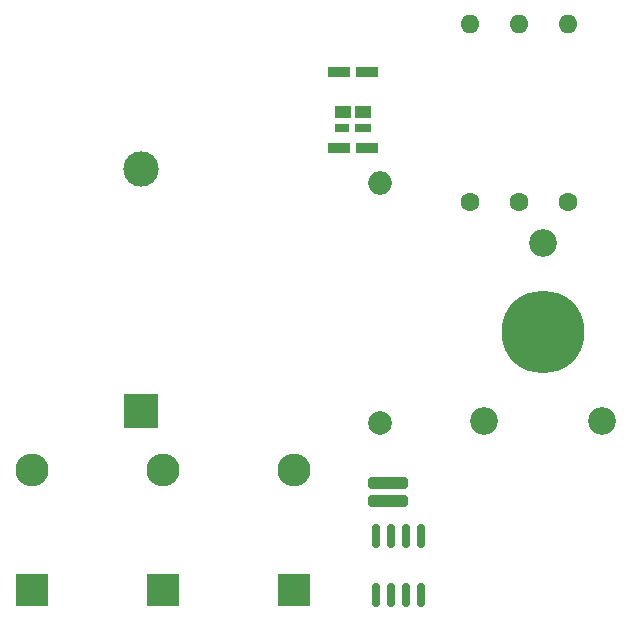
<source format=gbr>
%TF.GenerationSoftware,KiCad,Pcbnew,9.0.0*%
%TF.CreationDate,2025-03-24T09:19:30+05:30*%
%TF.ProjectId,boost_converter,626f6f73-745f-4636-9f6e-766572746572,rev?*%
%TF.SameCoordinates,Original*%
%TF.FileFunction,Soldermask,Top*%
%TF.FilePolarity,Negative*%
%FSLAX46Y46*%
G04 Gerber Fmt 4.6, Leading zero omitted, Abs format (unit mm)*
G04 Created by KiCad (PCBNEW 9.0.0) date 2025-03-24 09:19:30*
%MOMM*%
%LPD*%
G01*
G04 APERTURE LIST*
G04 Aperture macros list*
%AMRoundRect*
0 Rectangle with rounded corners*
0 $1 Rounding radius*
0 $2 $3 $4 $5 $6 $7 $8 $9 X,Y pos of 4 corners*
0 Add a 4 corners polygon primitive as box body*
4,1,4,$2,$3,$4,$5,$6,$7,$8,$9,$2,$3,0*
0 Add four circle primitives for the rounded corners*
1,1,$1+$1,$2,$3*
1,1,$1+$1,$4,$5*
1,1,$1+$1,$6,$7*
1,1,$1+$1,$8,$9*
0 Add four rect primitives between the rounded corners*
20,1,$1+$1,$2,$3,$4,$5,0*
20,1,$1+$1,$4,$5,$6,$7,0*
20,1,$1+$1,$6,$7,$8,$9,0*
20,1,$1+$1,$8,$9,$2,$3,0*%
G04 Aperture macros list end*
%ADD10RoundRect,0.250000X1.450000X-0.250000X1.450000X0.250000X-1.450000X0.250000X-1.450000X-0.250000X0*%
%ADD11C,1.600000*%
%ADD12O,1.600000X1.600000*%
%ADD13R,1.850000X0.900000*%
%ADD14R,1.150000X0.650000*%
%ADD15R,1.350000X0.650000*%
%ADD16R,1.350000X1.000000*%
%ADD17C,2.000000*%
%ADD18O,2.000000X2.000000*%
%ADD19R,2.800000X2.800000*%
%ADD20O,2.800000X2.800000*%
%ADD21R,3.000000X3.000000*%
%ADD22C,3.000000*%
%ADD23RoundRect,0.150000X0.150000X-0.825000X0.150000X0.825000X-0.150000X0.825000X-0.150000X-0.825000X0*%
%ADD24C,7.000000*%
%ADD25C,2.340000*%
G04 APERTURE END LIST*
D10*
%TO.C,R1*%
X150170000Y-108560000D03*
X150170000Y-107060000D03*
%TD*%
D11*
%TO.C,C1*%
X157100000Y-83250000D03*
D12*
X157100000Y-68250000D03*
%TD*%
D13*
%TO.C,Q1*%
X146025000Y-78680000D03*
X148375000Y-78680000D03*
X146025000Y-72280000D03*
X148375000Y-72280000D03*
D14*
X146250000Y-77030000D03*
D15*
X148050000Y-77030000D03*
D16*
X146350000Y-75655000D03*
X148050000Y-75655000D03*
%TD*%
D17*
%TO.C,L1*%
X149500000Y-102000000D03*
D18*
X149500000Y-81680000D03*
%TD*%
D11*
%TO.C,C2*%
X161250000Y-83250000D03*
D12*
X161250000Y-68250000D03*
%TD*%
D19*
%TO.C,D3*%
X131060000Y-116110000D03*
D20*
X131060000Y-105950000D03*
%TD*%
D19*
%TO.C,D4*%
X142150000Y-116110000D03*
D20*
X142150000Y-105950000D03*
%TD*%
D11*
%TO.C,C3*%
X165400000Y-83250000D03*
D12*
X165400000Y-68250000D03*
%TD*%
D21*
%TO.C,BT1*%
X129204580Y-100950000D03*
D22*
X129204580Y-80460000D03*
%TD*%
D23*
%TO.C,U1*%
X149145000Y-116535000D03*
X150415000Y-116535000D03*
X151685000Y-116535000D03*
X152955000Y-116535000D03*
X152955000Y-111585000D03*
X151685000Y-111585000D03*
X150415000Y-111585000D03*
X149145000Y-111585000D03*
%TD*%
D19*
%TO.C,D1*%
X119970000Y-116110000D03*
D20*
X119970000Y-105950000D03*
%TD*%
D24*
%TO.C,RV1*%
X163300000Y-94300000D03*
D25*
X168300000Y-101800000D03*
X163300000Y-86800000D03*
X158300000Y-101800000D03*
%TD*%
M02*

</source>
